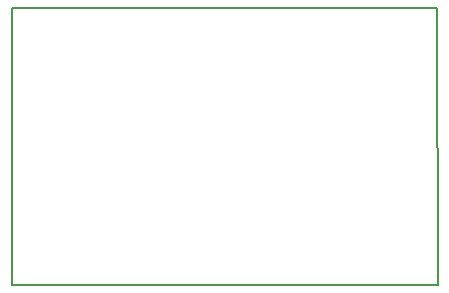
<source format=gbr>
G04 DipTrace 3.3.1.3*
G04 BoardOutline.gbr*
%MOIN*%
G04 #@! TF.FileFunction,Profile*
G04 #@! TF.Part,Single*
%ADD11C,0.005512*%
%FSLAX26Y26*%
G04*
G70*
G90*
G75*
G01*
G04 BoardOutline*
%LPD*%
X393701Y393701D2*
D11*
X1814404Y395806D1*
X1813031Y1317173D1*
X396230Y1318295D1*
X393701Y393701D1*
M02*

</source>
